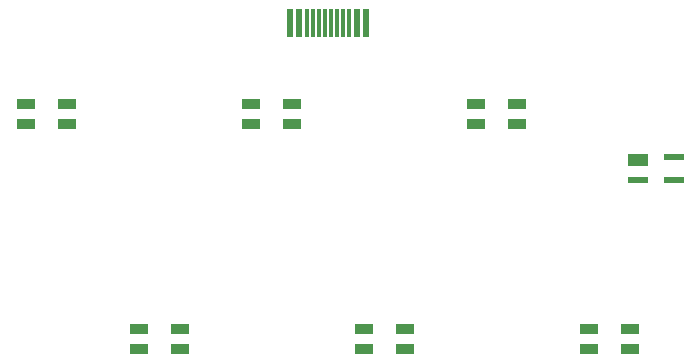
<source format=gbr>
%TF.GenerationSoftware,KiCad,Pcbnew,(6.0.5)*%
%TF.CreationDate,2022-05-27T18:29:41+07:00*%
%TF.ProjectId,atelier-alter,6174656c-6965-4722-9d61-6c7465722e6b,rev?*%
%TF.SameCoordinates,Original*%
%TF.FileFunction,Paste,Top*%
%TF.FilePolarity,Positive*%
%FSLAX46Y46*%
G04 Gerber Fmt 4.6, Leading zero omitted, Abs format (unit mm)*
G04 Created by KiCad (PCBNEW (6.0.5)) date 2022-05-27 18:29:41*
%MOMM*%
%LPD*%
G01*
G04 APERTURE LIST*
%ADD10R,1.600000X0.850000*%
%ADD11R,0.600000X2.450000*%
%ADD12R,0.300000X2.450000*%
%ADD13R,1.700000X1.000000*%
%ADD14R,1.700000X0.600000*%
G04 APERTURE END LIST*
D10*
%TO.C,D14*%
X153825000Y-84850000D03*
X153825000Y-86600000D03*
X157325000Y-86600000D03*
X157325000Y-84850000D03*
%TD*%
%TO.C,D11*%
X125250000Y-65800000D03*
X125250000Y-67550000D03*
X128750000Y-67550000D03*
X128750000Y-65800000D03*
%TD*%
%TO.C,D13*%
X144300000Y-65800000D03*
X144300000Y-67550000D03*
X147800000Y-67550000D03*
X147800000Y-65800000D03*
%TD*%
D11*
%TO.C,USB1*%
X154037500Y-58995000D03*
X153262500Y-58995000D03*
D12*
X152562500Y-58995000D03*
X152062500Y-58995000D03*
X151562500Y-58995000D03*
X151062500Y-58995000D03*
X150562500Y-58995000D03*
X150062500Y-58995000D03*
X149562500Y-58995000D03*
X149062500Y-58995000D03*
D11*
X148362500Y-58995000D03*
X147587500Y-58995000D03*
%TD*%
D10*
%TO.C,D12*%
X134775000Y-84850000D03*
X134775000Y-86600000D03*
X138275000Y-86600000D03*
X138275000Y-84850000D03*
%TD*%
D13*
%TO.C,U2*%
X177093800Y-70531200D03*
D14*
X177093800Y-72231200D03*
X180093800Y-72231200D03*
X180093800Y-70331200D03*
%TD*%
D10*
%TO.C,D15*%
X163350000Y-65800000D03*
X163350000Y-67550000D03*
X166850000Y-67550000D03*
X166850000Y-65800000D03*
%TD*%
%TO.C,D16*%
X172875000Y-84850000D03*
X172875000Y-86600000D03*
X176375000Y-86600000D03*
X176375000Y-84850000D03*
%TD*%
M02*

</source>
